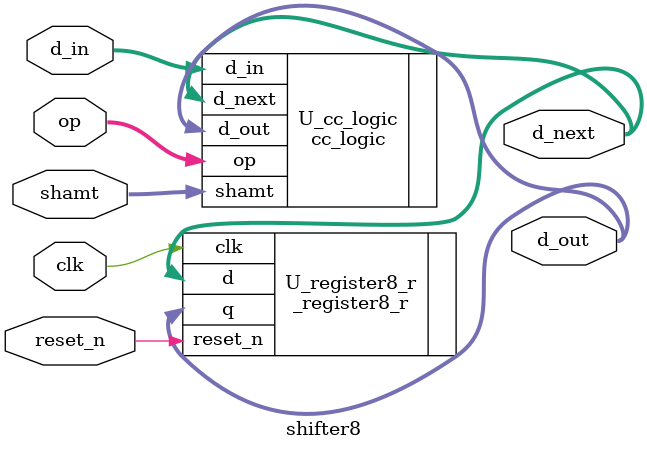
<source format=v>
module shifter8(clk, reset_n, op, shamt, d_in, d_out, d_next);
	input clk, reset_n;
	input [2:0] op;
	input [1:0] shamt;
	input [7:0] d_in;
	output  [7:0] d_out;
	output  [7:0] d_next;


	
	//8bits register, combinational cicuit instance
	_register8_r U_register8_r(.clk(clk), .reset_n(reset_n), .d(d_next), .q(d_out));
	cc_logic U_cc_logic(.op(op), .shamt(shamt), .d_in(d_in), .d_out(d_out), .d_next(d_next));
	
	
	
	endmodule 
</source>
